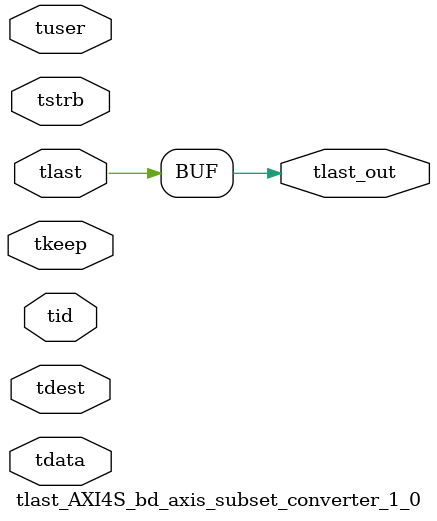
<source format=v>


`timescale 1ps/1ps

module tlast_AXI4S_bd_axis_subset_converter_1_0 #
(
parameter C_S_AXIS_TID_WIDTH   = 1,
parameter C_S_AXIS_TUSER_WIDTH = 0,
parameter C_S_AXIS_TDATA_WIDTH = 0,
parameter C_S_AXIS_TDEST_WIDTH = 0
)
(
input  [(C_S_AXIS_TID_WIDTH   == 0 ? 1 : C_S_AXIS_TID_WIDTH)-1:0       ] tid,
input  [(C_S_AXIS_TDATA_WIDTH == 0 ? 1 : C_S_AXIS_TDATA_WIDTH)-1:0     ] tdata,
input  [(C_S_AXIS_TUSER_WIDTH == 0 ? 1 : C_S_AXIS_TUSER_WIDTH)-1:0     ] tuser,
input  [(C_S_AXIS_TDEST_WIDTH == 0 ? 1 : C_S_AXIS_TDEST_WIDTH)-1:0     ] tdest,
input  [(C_S_AXIS_TDATA_WIDTH/8)-1:0 ] tkeep,
input  [(C_S_AXIS_TDATA_WIDTH/8)-1:0 ] tstrb,
input  [0:0]                                                             tlast,
output                                                                   tlast_out
);

assign tlast_out = {tlast};

endmodule


</source>
